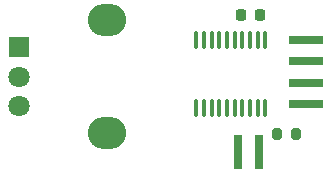
<source format=gbr>
%TF.GenerationSoftware,KiCad,Pcbnew,7.0.10*%
%TF.CreationDate,2024-06-25T16:53:40+01:00*%
%TF.ProjectId,REPLICATE_glue_potentiometer,5245504c-4943-4415-9445-5f676c75655f,rev?*%
%TF.SameCoordinates,Original*%
%TF.FileFunction,Soldermask,Top*%
%TF.FilePolarity,Negative*%
%FSLAX46Y46*%
G04 Gerber Fmt 4.6, Leading zero omitted, Abs format (unit mm)*
G04 Created by KiCad (PCBNEW 7.0.10) date 2024-06-25 16:53:40*
%MOMM*%
%LPD*%
G01*
G04 APERTURE LIST*
G04 Aperture macros list*
%AMRoundRect*
0 Rectangle with rounded corners*
0 $1 Rounding radius*
0 $2 $3 $4 $5 $6 $7 $8 $9 X,Y pos of 4 corners*
0 Add a 4 corners polygon primitive as box body*
4,1,4,$2,$3,$4,$5,$6,$7,$8,$9,$2,$3,0*
0 Add four circle primitives for the rounded corners*
1,1,$1+$1,$2,$3*
1,1,$1+$1,$4,$5*
1,1,$1+$1,$6,$7*
1,1,$1+$1,$8,$9*
0 Add four rect primitives between the rounded corners*
20,1,$1+$1,$2,$3,$4,$5,0*
20,1,$1+$1,$4,$5,$6,$7,0*
20,1,$1+$1,$6,$7,$8,$9,0*
20,1,$1+$1,$8,$9,$2,$3,0*%
G04 Aperture macros list end*
%ADD10R,2.900000X0.800000*%
%ADD11RoundRect,0.200000X-0.200000X-0.275000X0.200000X-0.275000X0.200000X0.275000X-0.200000X0.275000X0*%
%ADD12R,0.800000X2.900000*%
%ADD13RoundRect,0.225000X0.225000X0.250000X-0.225000X0.250000X-0.225000X-0.250000X0.225000X-0.250000X0*%
%ADD14RoundRect,0.100000X-0.100000X0.637500X-0.100000X-0.637500X0.100000X-0.637500X0.100000X0.637500X0*%
%ADD15O,3.240000X2.720000*%
%ADD16R,1.800000X1.800000*%
%ADD17C,1.800000*%
G04 APERTURE END LIST*
D10*
%TO.C,H2*%
X44300000Y-35800001D03*
%TD*%
D11*
%TO.C,R1*%
X41875000Y-40150000D03*
X43525000Y-40150000D03*
%TD*%
D10*
%TO.C,H3*%
X44300000Y-34000000D03*
%TD*%
%TO.C,H4*%
X44300000Y-32200000D03*
%TD*%
D12*
%TO.C,H6*%
X40350000Y-41650000D03*
%TD*%
D10*
%TO.C,H1*%
X44300000Y-37600002D03*
%TD*%
D13*
%TO.C,C1*%
X40425000Y-30100000D03*
X38875000Y-30100000D03*
%TD*%
D14*
%TO.C,U1*%
X40900000Y-32200000D03*
X40250000Y-32200000D03*
X39600000Y-32200000D03*
X38950000Y-32200000D03*
X38300000Y-32200000D03*
X37650000Y-32200000D03*
X37000000Y-32200000D03*
X36350000Y-32200000D03*
X35700000Y-32200000D03*
X35050000Y-32200000D03*
X35050000Y-37925000D03*
X35700000Y-37925000D03*
X36350000Y-37925000D03*
X37000000Y-37925000D03*
X37650000Y-37925000D03*
X38300000Y-37925000D03*
X38950000Y-37925000D03*
X39600000Y-37925000D03*
X40250000Y-37925000D03*
X40900000Y-37925000D03*
%TD*%
D15*
%TO.C,REF\u002A\u002A*%
X27500000Y-30500000D03*
X27500000Y-40100000D03*
D16*
X20000000Y-32800000D03*
D17*
X20000000Y-35300000D03*
X20000000Y-37800000D03*
%TD*%
D12*
%TO.C,H5*%
X38550000Y-41649999D03*
%TD*%
M02*

</source>
